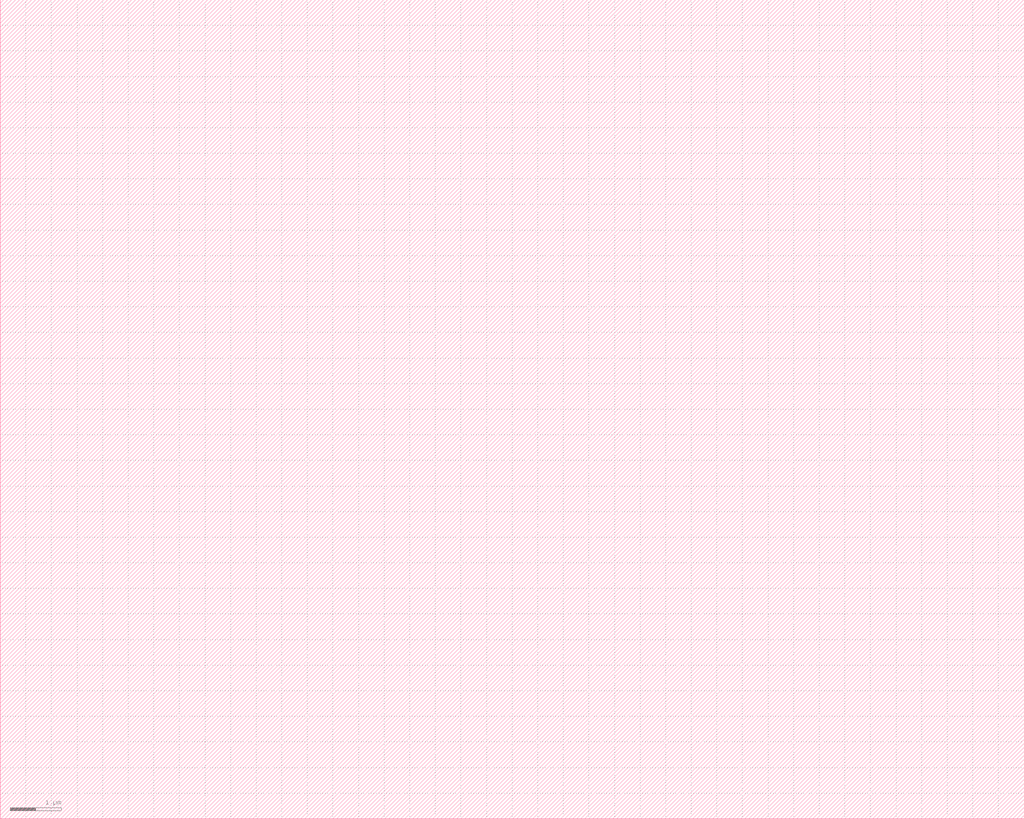
<source format=lef>
MACRO c0
     SIZE 1 BY 1 ;
END c0

MACRO c1
     SIZE 14 BY 16 ;
END c1

MACRO c2
     SIZE 6 BY 16 ;
END c2

MACRO c3
     SIZE 10 BY 16 ;
END c3

MACRO c4
     SIZE 2 BY 16 ;
END c4

MACRO c5
     SIZE 12 BY 16 ;
END c5

MACRO c6
     SIZE 8 BY 16 ;
END c6

MACRO c7
     SIZE 4 BY 16 ;
END c7

MACRO c8
     SIZE 18 BY 16 ;
END c8

MACRO c9
     SIZE 20 BY 16 ;
END c9

MACRO c10
     SIZE 16 BY 16 ;
END c10

END LIBRARY
</source>
